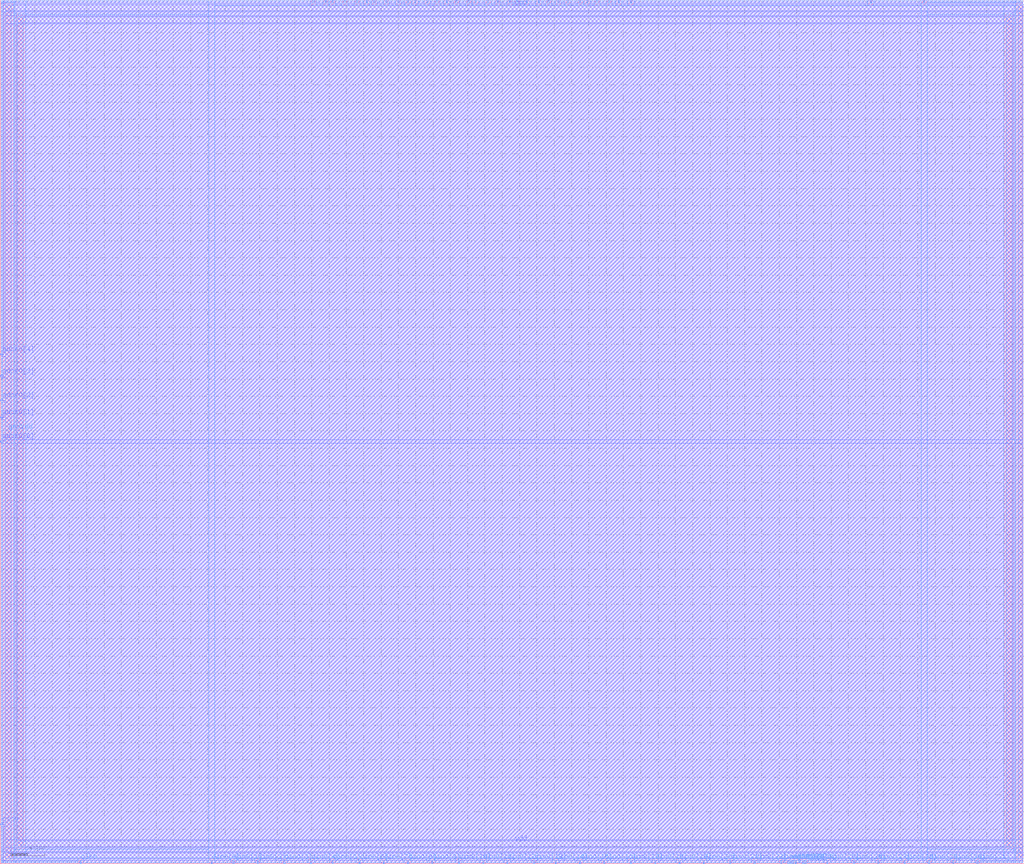
<source format=lef>
VERSION 5.4 ;
NAMESCASESENSITIVE ON ;
BUSBITCHARS "[]" ;
DIVIDERCHAR "/" ;
UNITS
  DATABASE MICRONS 2000 ;
END UNITS
MACRO sram_32_32_freepdk45_analytical
   CLASS BLOCK ;
   SIZE 118.3 BY 99.82 ;
   SYMMETRY X Y R90 ;
   PIN din0[0]
      DIRECTION INPUT ;
      PORT
         LAYER metal4 ;
         RECT  24.36 0.0 24.5 0.42 ;
      END
   END din0[0]
   PIN din0[1]
      DIRECTION INPUT ;
      PORT
         LAYER metal4 ;
         RECT  26.88 0.0 27.02 0.42 ;
      END
   END din0[1]
   PIN din0[2]
      DIRECTION INPUT ;
      PORT
         LAYER metal4 ;
         RECT  29.68 0.0 29.82 0.42 ;
      END
   END din0[2]
   PIN din0[3]
      DIRECTION INPUT ;
      PORT
         LAYER metal4 ;
         RECT  32.76 0.0 32.9 0.42 ;
      END
   END din0[3]
   PIN din0[4]
      DIRECTION INPUT ;
      PORT
         LAYER metal4 ;
         RECT  35.84 0.0 35.98 0.42 ;
      END
   END din0[4]
   PIN din0[5]
      DIRECTION INPUT ;
      PORT
         LAYER metal4 ;
         RECT  38.36 0.0 38.5 0.42 ;
      END
   END din0[5]
   PIN din0[6]
      DIRECTION INPUT ;
      PORT
         LAYER metal4 ;
         RECT  41.44 0.0 41.58 0.42 ;
      END
   END din0[6]
   PIN din0[7]
      DIRECTION INPUT ;
      PORT
         LAYER metal4 ;
         RECT  44.24 0.0 44.38 0.42 ;
      END
   END din0[7]
   PIN din0[8]
      DIRECTION INPUT ;
      PORT
         LAYER metal4 ;
         RECT  47.04 0.0 47.18 0.42 ;
      END
   END din0[8]
   PIN din0[9]
      DIRECTION INPUT ;
      PORT
         LAYER metal4 ;
         RECT  49.84 0.0 49.98 0.42 ;
      END
   END din0[9]
   PIN din0[10]
      DIRECTION INPUT ;
      PORT
         LAYER metal4 ;
         RECT  52.92 0.0 53.06 0.42 ;
      END
   END din0[10]
   PIN din0[11]
      DIRECTION INPUT ;
      PORT
         LAYER metal4 ;
         RECT  55.72 0.0 55.86 0.42 ;
      END
   END din0[11]
   PIN din0[12]
      DIRECTION INPUT ;
      PORT
         LAYER metal4 ;
         RECT  58.52 0.0 58.66 0.42 ;
      END
   END din0[12]
   PIN din0[13]
      DIRECTION INPUT ;
      PORT
         LAYER metal4 ;
         RECT  61.6 0.0 61.74 0.42 ;
      END
   END din0[13]
   PIN din0[14]
      DIRECTION INPUT ;
      PORT
         LAYER metal4 ;
         RECT  64.12 0.0 64.26 0.42 ;
      END
   END din0[14]
   PIN din0[15]
      DIRECTION INPUT ;
      PORT
         LAYER metal4 ;
         RECT  66.92 0.0 67.06 0.42 ;
      END
   END din0[15]
   PIN din0[16]
      DIRECTION INPUT ;
      PORT
         LAYER metal4 ;
         RECT  69.72 0.0 69.86 0.42 ;
      END
   END din0[16]
   PIN din0[17]
      DIRECTION INPUT ;
      PORT
         LAYER metal4 ;
         RECT  72.8 0.0 72.94 0.42 ;
      END
   END din0[17]
   PIN din0[18]
      DIRECTION INPUT ;
      PORT
         LAYER metal4 ;
         RECT  75.6 0.0 75.74 0.42 ;
      END
   END din0[18]
   PIN din0[19]
      DIRECTION INPUT ;
      PORT
         LAYER metal4 ;
         RECT  78.4 0.0 78.54 0.42 ;
      END
   END din0[19]
   PIN din0[20]
      DIRECTION INPUT ;
      PORT
         LAYER metal4 ;
         RECT  81.2 0.0 81.34 0.42 ;
      END
   END din0[20]
   PIN din0[21]
      DIRECTION INPUT ;
      PORT
         LAYER metal4 ;
         RECT  84.28 0.0 84.42 0.42 ;
      END
   END din0[21]
   PIN din0[22]
      DIRECTION INPUT ;
      PORT
         LAYER metal4 ;
         RECT  87.08 0.0 87.22 0.42 ;
      END
   END din0[22]
   PIN din0[23]
      DIRECTION INPUT ;
      PORT
         LAYER metal4 ;
         RECT  90.16 0.0 90.3 0.42 ;
      END
   END din0[23]
   PIN din0[24]
      DIRECTION INPUT ;
      PORT
         LAYER metal4 ;
         RECT  92.96 0.0 93.1 0.42 ;
      END
   END din0[24]
   PIN din0[25]
      DIRECTION INPUT ;
      PORT
         LAYER metal4 ;
         RECT  95.48 0.0 95.62 0.42 ;
      END
   END din0[25]
   PIN din0[26]
      DIRECTION INPUT ;
      PORT
         LAYER metal4 ;
         RECT  98.56 0.0 98.7 0.42 ;
      END
   END din0[26]
   PIN din0[27]
      DIRECTION INPUT ;
      PORT
         LAYER metal4 ;
         RECT  101.36 0.0 101.5 0.42 ;
      END
   END din0[27]
   PIN din0[28]
      DIRECTION INPUT ;
      PORT
         LAYER metal4 ;
         RECT  104.44 0.0 104.58 0.42 ;
      END
   END din0[28]
   PIN din0[29]
      DIRECTION INPUT ;
      PORT
         LAYER metal4 ;
         RECT  107.24 0.0 107.38 0.42 ;
      END
   END din0[29]
   PIN din0[30]
      DIRECTION INPUT ;
      PORT
         LAYER metal4 ;
         RECT  110.04 0.0 110.18 0.42 ;
      END
   END din0[30]
   PIN din0[31]
      DIRECTION INPUT ;
      PORT
         LAYER metal4 ;
         RECT  112.84 0.0 112.98 0.42 ;
      END
   END din0[31]
   PIN addr0[0]
      DIRECTION INPUT ;
      PORT
         LAYER metal3 ;
         RECT  0.0 48.72 0.42 48.86 ;
      END
   END addr0[0]
   PIN addr0[1]
      DIRECTION INPUT ;
      PORT
         LAYER metal3 ;
         RECT  0.0 51.52 0.42 51.66 ;
      END
   END addr0[1]
   PIN addr0[2]
      DIRECTION INPUT ;
      PORT
         LAYER metal3 ;
         RECT  0.0 53.48 0.42 53.62 ;
      END
   END addr0[2]
   PIN addr0[3]
      DIRECTION INPUT ;
      PORT
         LAYER metal3 ;
         RECT  0.0 56.28 0.42 56.42 ;
      END
   END addr0[3]
   PIN addr0[4]
      DIRECTION INPUT ;
      PORT
         LAYER metal3 ;
         RECT  0.0 58.8 0.42 58.94 ;
      END
   END addr0[4]
   PIN addr1[0]
      DIRECTION INPUT ;
      PORT
         LAYER metal4 ;
         RECT  92.68 0.0 92.82 0.42 ;
      END
   END addr1[0]
   PIN addr1[1]
      DIRECTION INPUT ;
      PORT
         LAYER metal4 ;
         RECT  91.0 0.0 91.14 0.42 ;
      END
   END addr1[1]
   PIN addr1[2]
      DIRECTION INPUT ;
      PORT
         LAYER metal4 ;
         RECT  91.28 0.0 91.42 0.42 ;
      END
   END addr1[2]
   PIN addr1[3]
      DIRECTION INPUT ;
      PORT
         LAYER metal4 ;
         RECT  91.56 0.0 91.7 0.42 ;
      END
   END addr1[3]
   PIN addr1[4]
      DIRECTION INPUT ;
      PORT
         LAYER metal4 ;
         RECT  91.84 0.0 91.98 0.42 ;
      END
   END addr1[4]
   PIN csb0
      DIRECTION INPUT ;
      PORT
         LAYER metal3 ;
         RECT  0.0 4.48 0.42 4.62 ;
      END
   END csb0
   PIN csb1
      DIRECTION INPUT ;
      PORT
         LAYER metal4 ;
         RECT  106.68 99.4 106.82 99.82 ;
      END
   END csb1
   PIN clk0
      DIRECTION INPUT ;
      PORT
         LAYER metal4 ;
         RECT  9.24 0.0 9.38 0.42 ;
      END
   END clk0
   PIN clk1
      DIRECTION INPUT ;
      PORT
         LAYER metal4 ;
         RECT  100.52 99.4 100.66 99.82 ;
      END
   END clk1
   PIN dout1[0]
      DIRECTION OUTPUT ;
      PORT
         LAYER metal4 ;
         RECT  36.12 99.4 36.26 99.82 ;
      END
   END dout1[0]
   PIN dout1[1]
      DIRECTION OUTPUT ;
      PORT
         LAYER metal4 ;
         RECT  37.52 99.4 37.66 99.82 ;
      END
   END dout1[1]
   PIN dout1[2]
      DIRECTION OUTPUT ;
      PORT
         LAYER metal4 ;
         RECT  38.36 99.4 38.5 99.82 ;
      END
   END dout1[2]
   PIN dout1[3]
      DIRECTION OUTPUT ;
      PORT
         LAYER metal4 ;
         RECT  39.76 99.4 39.9 99.82 ;
      END
   END dout1[3]
   PIN dout1[4]
      DIRECTION OUTPUT ;
      PORT
         LAYER metal4 ;
         RECT  41.16 99.4 41.3 99.82 ;
      END
   END dout1[4]
   PIN dout1[5]
      DIRECTION OUTPUT ;
      PORT
         LAYER metal4 ;
         RECT  42.28 99.4 42.42 99.82 ;
      END
   END dout1[5]
   PIN dout1[6]
      DIRECTION OUTPUT ;
      PORT
         LAYER metal4 ;
         RECT  43.12 99.4 43.26 99.82 ;
      END
   END dout1[6]
   PIN dout1[7]
      DIRECTION OUTPUT ;
      PORT
         LAYER metal4 ;
         RECT  44.52 99.4 44.66 99.82 ;
      END
   END dout1[7]
   PIN dout1[8]
      DIRECTION OUTPUT ;
      PORT
         LAYER metal4 ;
         RECT  45.92 99.4 46.06 99.82 ;
      END
   END dout1[8]
   PIN dout1[9]
      DIRECTION OUTPUT ;
      PORT
         LAYER metal4 ;
         RECT  47.04 99.4 47.18 99.82 ;
      END
   END dout1[9]
   PIN dout1[10]
      DIRECTION OUTPUT ;
      PORT
         LAYER metal4 ;
         RECT  47.88 99.4 48.02 99.82 ;
      END
   END dout1[10]
   PIN dout1[11]
      DIRECTION OUTPUT ;
      PORT
         LAYER metal4 ;
         RECT  49.28 99.4 49.42 99.82 ;
      END
   END dout1[11]
   PIN dout1[12]
      DIRECTION OUTPUT ;
      PORT
         LAYER metal4 ;
         RECT  50.4 99.4 50.54 99.82 ;
      END
   END dout1[12]
   PIN dout1[13]
      DIRECTION OUTPUT ;
      PORT
         LAYER metal4 ;
         RECT  51.52 99.4 51.66 99.82 ;
      END
   END dout1[13]
   PIN dout1[14]
      DIRECTION OUTPUT ;
      PORT
         LAYER metal4 ;
         RECT  52.64 99.4 52.78 99.82 ;
      END
   END dout1[14]
   PIN dout1[15]
      DIRECTION OUTPUT ;
      PORT
         LAYER metal4 ;
         RECT  54.04 99.4 54.18 99.82 ;
      END
   END dout1[15]
   PIN dout1[16]
      DIRECTION OUTPUT ;
      PORT
         LAYER metal4 ;
         RECT  54.88 99.4 55.02 99.82 ;
      END
   END dout1[16]
   PIN dout1[17]
      DIRECTION OUTPUT ;
      PORT
         LAYER metal4 ;
         RECT  56.28 99.4 56.42 99.82 ;
      END
   END dout1[17]
   PIN dout1[18]
      DIRECTION OUTPUT ;
      PORT
         LAYER metal4 ;
         RECT  57.4 99.4 57.54 99.82 ;
      END
   END dout1[18]
   PIN dout1[19]
      DIRECTION OUTPUT ;
      PORT
         LAYER metal4 ;
         RECT  58.8 99.4 58.94 99.82 ;
      END
   END dout1[19]
   PIN dout1[20]
      DIRECTION OUTPUT ;
      PORT
         LAYER metal4 ;
         RECT  59.64 99.4 59.78 99.82 ;
      END
   END dout1[20]
   PIN dout1[21]
      DIRECTION OUTPUT ;
      PORT
         LAYER metal4 ;
         RECT  60.76 99.4 60.9 99.82 ;
      END
   END dout1[21]
   PIN dout1[22]
      DIRECTION OUTPUT ;
      PORT
         LAYER metal4 ;
         RECT  62.16 99.4 62.3 99.82 ;
      END
   END dout1[22]
   PIN dout1[23]
      DIRECTION OUTPUT ;
      PORT
         LAYER metal4 ;
         RECT  63.28 99.4 63.42 99.82 ;
      END
   END dout1[23]
   PIN dout1[24]
      DIRECTION OUTPUT ;
      PORT
         LAYER metal4 ;
         RECT  64.4 99.4 64.54 99.82 ;
      END
   END dout1[24]
   PIN dout1[25]
      DIRECTION OUTPUT ;
      PORT
         LAYER metal4 ;
         RECT  65.52 99.4 65.66 99.82 ;
      END
   END dout1[25]
   PIN dout1[26]
      DIRECTION OUTPUT ;
      PORT
         LAYER metal4 ;
         RECT  66.92 99.4 67.06 99.82 ;
      END
   END dout1[26]
   PIN dout1[27]
      DIRECTION OUTPUT ;
      PORT
         LAYER metal4 ;
         RECT  67.76 99.4 67.9 99.82 ;
      END
   END dout1[27]
   PIN dout1[28]
      DIRECTION OUTPUT ;
      PORT
         LAYER metal4 ;
         RECT  68.88 99.4 69.02 99.82 ;
      END
   END dout1[28]
   PIN dout1[29]
      DIRECTION OUTPUT ;
      PORT
         LAYER metal4 ;
         RECT  70.28 99.4 70.42 99.82 ;
      END
   END dout1[29]
   PIN dout1[30]
      DIRECTION OUTPUT ;
      PORT
         LAYER metal4 ;
         RECT  71.4 99.4 71.54 99.82 ;
      END
   END dout1[30]
   PIN dout1[31]
      DIRECTION OUTPUT ;
      PORT
         LAYER metal4 ;
         RECT  72.8 99.4 72.94 99.82 ;
      END
   END dout1[31]
   PIN vdd
      DIRECTION INOUT ;
      USE POWER ; 
      SHAPE ABUTMENT ; 
      PORT
         LAYER metal4 ;
         RECT  116.2 1.96 116.9 97.86 ;
         LAYER metal3 ;
         RECT  1.96 97.16 116.9 97.86 ;
         LAYER metal3 ;
         RECT  1.96 1.96 116.9 2.66 ;
         LAYER metal4 ;
         RECT  1.96 1.96 2.66 97.86 ;
      END
   END vdd
   PIN gnd
      DIRECTION INOUT ;
      USE GROUND ; 
      SHAPE ABUTMENT ; 
      PORT
         LAYER metal3 ;
         RECT  0.56 0.56 118.3 1.26 ;
         LAYER metal4 ;
         RECT  117.6 0.56 118.3 99.26 ;
         LAYER metal3 ;
         RECT  0.56 98.56 118.3 99.26 ;
         LAYER metal4 ;
         RECT  0.56 0.56 1.26 99.26 ;
      END
   END gnd
   OBS
   LAYER  metal1 ;
      RECT  0.14 0.14 118.16 99.68 ;
   LAYER  metal2 ;
      RECT  0.14 0.14 118.16 99.68 ;
   LAYER  metal3 ;
      RECT  0.56 48.58 118.16 49.0 ;
      RECT  0.14 49.0 0.56 51.38 ;
      RECT  0.14 51.8 0.56 53.34 ;
      RECT  0.14 53.76 0.56 56.14 ;
      RECT  0.14 56.56 0.56 58.66 ;
      RECT  0.14 4.76 0.56 48.58 ;
      RECT  0.56 49.0 1.82 97.02 ;
      RECT  0.56 97.02 1.82 98.0 ;
      RECT  1.82 49.0 117.04 97.02 ;
      RECT  117.04 49.0 118.16 97.02 ;
      RECT  117.04 97.02 118.16 98.0 ;
      RECT  0.56 1.82 1.82 2.8 ;
      RECT  0.56 2.8 1.82 48.58 ;
      RECT  1.82 2.8 117.04 48.58 ;
      RECT  117.04 1.82 118.16 2.8 ;
      RECT  117.04 2.8 118.16 48.58 ;
      RECT  0.14 0.14 0.42 0.42 ;
      RECT  0.14 0.42 0.42 1.4 ;
      RECT  0.14 1.4 0.42 4.34 ;
      RECT  0.42 0.14 0.56 0.42 ;
      RECT  0.42 1.4 0.56 4.34 ;
      RECT  0.56 0.14 1.82 0.42 ;
      RECT  0.56 1.4 1.82 1.82 ;
      RECT  1.82 0.14 117.04 0.42 ;
      RECT  1.82 1.4 117.04 1.82 ;
      RECT  117.04 0.14 118.16 0.42 ;
      RECT  117.04 1.4 118.16 1.82 ;
      RECT  0.14 59.08 0.42 98.42 ;
      RECT  0.14 98.42 0.42 99.4 ;
      RECT  0.14 99.4 0.42 99.68 ;
      RECT  0.42 59.08 0.56 98.42 ;
      RECT  0.42 99.4 0.56 99.68 ;
      RECT  0.56 98.0 1.82 98.42 ;
      RECT  0.56 99.4 1.82 99.68 ;
      RECT  1.82 98.0 117.04 98.42 ;
      RECT  1.82 99.4 117.04 99.68 ;
      RECT  117.04 98.0 118.16 98.42 ;
      RECT  117.04 99.4 118.16 99.68 ;
   LAYER  metal4 ;
      RECT  24.08 0.7 24.78 99.68 ;
      RECT  24.78 0.14 26.6 0.7 ;
      RECT  27.3 0.14 29.4 0.7 ;
      RECT  30.1 0.14 32.48 0.7 ;
      RECT  33.18 0.14 35.56 0.7 ;
      RECT  36.26 0.14 38.08 0.7 ;
      RECT  38.78 0.14 41.16 0.7 ;
      RECT  41.86 0.14 43.96 0.7 ;
      RECT  44.66 0.14 46.76 0.7 ;
      RECT  47.46 0.14 49.56 0.7 ;
      RECT  50.26 0.14 52.64 0.7 ;
      RECT  53.34 0.14 55.44 0.7 ;
      RECT  56.14 0.14 58.24 0.7 ;
      RECT  58.94 0.14 61.32 0.7 ;
      RECT  62.02 0.14 63.84 0.7 ;
      RECT  64.54 0.14 66.64 0.7 ;
      RECT  67.34 0.14 69.44 0.7 ;
      RECT  70.14 0.14 72.52 0.7 ;
      RECT  73.22 0.14 75.32 0.7 ;
      RECT  76.02 0.14 78.12 0.7 ;
      RECT  78.82 0.14 80.92 0.7 ;
      RECT  81.62 0.14 84.0 0.7 ;
      RECT  84.7 0.14 86.8 0.7 ;
      RECT  87.5 0.14 89.88 0.7 ;
      RECT  93.38 0.14 95.2 0.7 ;
      RECT  95.9 0.14 98.28 0.7 ;
      RECT  98.98 0.14 101.08 0.7 ;
      RECT  101.78 0.14 104.16 0.7 ;
      RECT  104.86 0.14 106.96 0.7 ;
      RECT  107.66 0.14 109.76 0.7 ;
      RECT  110.46 0.14 112.56 0.7 ;
      RECT  90.58 0.14 90.72 0.7 ;
      RECT  92.26 0.14 92.4 0.7 ;
      RECT  24.78 0.7 106.4 99.12 ;
      RECT  106.4 0.7 107.1 99.12 ;
      RECT  9.66 0.14 24.08 0.7 ;
      RECT  100.94 99.12 106.4 99.68 ;
      RECT  24.78 99.12 35.84 99.68 ;
      RECT  36.54 99.12 37.24 99.68 ;
      RECT  37.94 99.12 38.08 99.68 ;
      RECT  38.78 99.12 39.48 99.68 ;
      RECT  40.18 99.12 40.88 99.68 ;
      RECT  41.58 99.12 42.0 99.68 ;
      RECT  42.7 99.12 42.84 99.68 ;
      RECT  43.54 99.12 44.24 99.68 ;
      RECT  44.94 99.12 45.64 99.68 ;
      RECT  46.34 99.12 46.76 99.68 ;
      RECT  47.46 99.12 47.6 99.68 ;
      RECT  48.3 99.12 49.0 99.68 ;
      RECT  49.7 99.12 50.12 99.68 ;
      RECT  50.82 99.12 51.24 99.68 ;
      RECT  51.94 99.12 52.36 99.68 ;
      RECT  53.06 99.12 53.76 99.68 ;
      RECT  54.46 99.12 54.6 99.68 ;
      RECT  55.3 99.12 56.0 99.68 ;
      RECT  56.7 99.12 57.12 99.68 ;
      RECT  57.82 99.12 58.52 99.68 ;
      RECT  59.22 99.12 59.36 99.68 ;
      RECT  60.06 99.12 60.48 99.68 ;
      RECT  61.18 99.12 61.88 99.68 ;
      RECT  62.58 99.12 63.0 99.68 ;
      RECT  63.7 99.12 64.12 99.68 ;
      RECT  64.82 99.12 65.24 99.68 ;
      RECT  65.94 99.12 66.64 99.68 ;
      RECT  67.34 99.12 67.48 99.68 ;
      RECT  68.18 99.12 68.6 99.68 ;
      RECT  69.3 99.12 70.0 99.68 ;
      RECT  70.7 99.12 71.12 99.68 ;
      RECT  71.82 99.12 72.52 99.68 ;
      RECT  73.22 99.12 100.24 99.68 ;
      RECT  107.1 0.7 115.92 1.68 ;
      RECT  107.1 1.68 115.92 98.14 ;
      RECT  107.1 98.14 115.92 99.12 ;
      RECT  115.92 0.7 117.18 1.68 ;
      RECT  115.92 98.14 117.18 99.12 ;
      RECT  1.68 0.7 2.94 1.68 ;
      RECT  1.68 98.14 2.94 99.68 ;
      RECT  2.94 0.7 24.08 1.68 ;
      RECT  2.94 1.68 24.08 98.14 ;
      RECT  2.94 98.14 24.08 99.68 ;
      RECT  113.26 0.14 117.32 0.28 ;
      RECT  113.26 0.28 117.32 0.7 ;
      RECT  117.32 0.14 118.16 0.28 ;
      RECT  107.1 99.12 117.32 99.54 ;
      RECT  107.1 99.54 117.32 99.68 ;
      RECT  117.32 99.54 118.16 99.68 ;
      RECT  117.18 0.7 117.32 1.68 ;
      RECT  117.18 1.68 117.32 98.14 ;
      RECT  117.18 98.14 117.32 99.12 ;
      RECT  0.14 0.14 0.28 0.28 ;
      RECT  0.14 0.28 0.28 0.7 ;
      RECT  0.28 0.14 1.54 0.28 ;
      RECT  1.54 0.14 8.96 0.28 ;
      RECT  1.54 0.28 8.96 0.7 ;
      RECT  0.14 0.7 0.28 1.68 ;
      RECT  1.54 0.7 1.68 1.68 ;
      RECT  0.14 1.68 0.28 98.14 ;
      RECT  1.54 1.68 1.68 98.14 ;
      RECT  0.14 98.14 0.28 99.54 ;
      RECT  0.14 99.54 0.28 99.68 ;
      RECT  0.28 99.54 1.54 99.68 ;
      RECT  1.54 98.14 1.68 99.54 ;
      RECT  1.54 99.54 1.68 99.68 ;
   END
END    sram_32_32_freepdk45_analytical
END    LIBRARY

</source>
